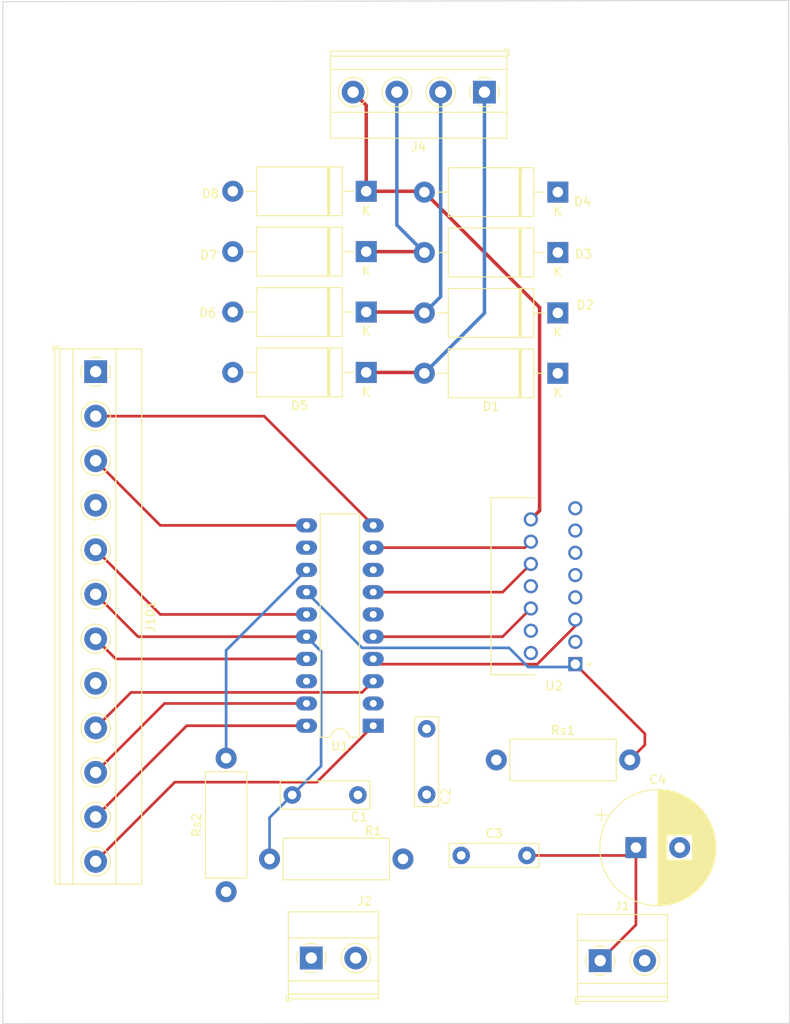
<source format=kicad_pcb>
(kicad_pcb (version 20240108) (generator "pcbnew") (generator_version "8.0")
  (title_block (title "Two Phase Bipolar Stepper Motor Controller") (date "2024-02-09") (rev "01") (company "Prince Lee Muhera"))
  (layers (0 "F.Cu" signal) (1 "In1.Cu" power "GnD1") (2 "In2.Cu" signal "Sig2") (3 "In3.Cu" power "PwR") (4 "In4.Cu" power "GnD2") (5 "In5.Cu" signal "Sig3") (6 "In6.Cu" power "GnD3") (31 "B.Cu" signal "Sig4") (34 "B.Paste" user) (35 "F.Paste" user) (36 "B.SilkS" user "B.Silkscreen") (37 "F.SilkS" user "F.Silkscreen") (38 "B.Mask" user) (39 "F.Mask" user) (44 "Edge.Cuts" user))
  (net 0 "")
  (net 1 "/OSC")
  (net 2 "GND")
  (net 3 "VSS")
  (net 4 "VS")
  (net 5 "Net-(D1-A)")
  (net 6 "Net-(D2-A)")
  (net 7 "Net-(D3-A)")
  (net 8 "Net-(D4-A)")
  (net 9 "/SYNC")
  (net 10 "/HOME")
  (net 11 "/ENA")
  (net 12 "/CLK")
  (net 13 "/RESET")
  (net 14 "/Vref")
  (net 15 "/CW")
  (net 16 "/CTRL")
  (net 17 "/HALF")
  (net 18 "/Rs1")
  (net 19 "/Rs2")
  (net 20 "Net-(U1-A)")
  (net 21 "Net-(U1-INH1)")
  (net 22 "Net-(U1-C)")
  (net 23 "Net-(U1-B)")
  (net 24 "Net-(U1-INH2)")
  (net 25 "Net-(U1-D)")
  (footprint "Diode_THT:D_DO-27_P15.24mm_Horizontal" (layer "F.Cu") (at 174.88 79 180)
    (property "Reference" "D2" (at -3.12 0.9 360) (layer "F.SilkS"))
    (property "Value" "~")
    (fp_text user "K" (at 0 -2.2 360) (layer "F.SilkS"))
    (pad "1" thru_hole rect (at 0 0 180) (size 2.4 2.4) (drill 1.2) (layers "*.Cu" "*.Mask") (net 4 "VS"))
    (pad "2" thru_hole oval (at 15.24 0 180) (size 2.4 2.4) (drill 1.2) (layers "*.Cu" "*.Mask") (net 6 "Net-(D2-A)"))
  )
  (footprint "TerminalBlock_Phoenix:TerminalBlock_Phoenix_MKDS-1,5-12-5.08_1x12_P5.08mm_Horizontal" (layer "F.Cu") (at 122.1 85.7 -90)
    (property "Reference" "J101" (at 27.94 -6.26 90) (layer "F.SilkS"))
    (property "Value" "Screw_Terminal_01x12")
    (pad "1" thru_hole rect (at 0 0 270) (size 2.6 2.6) (drill 1.3) (layers "*.Cu" "*.Mask") (net 2 "GND"))
    (pad "2" thru_hole circle (at 5.08 0 270) (size 2.6 2.6) (drill 1.3) (layers "*.Cu" "*.Mask") (net 11 "/ENA"))
    (pad "3" thru_hole circle (at 10.16 0 270) (size 2.6 2.6) (drill 1.3) (layers "*.Cu" "*.Mask") (net 16 "/CTRL"))
    (pad "4" thru_hole circle (at 15.24 0 270) (size 2.6 2.6) (drill 1.3) (layers "*.Cu" "*.Mask") (net 3 "VSS"))
    (pad "5" thru_hole circle (at 20.32 0 270) (size 2.6 2.6) (drill 1.3) (layers "*.Cu" "*.Mask") (net 14 "/Vref"))
    (pad "6" thru_hole circle (at 25.4 0 270) (size 2.6 2.6) (drill 1.3) (layers "*.Cu" "*.Mask") (net 1 "/OSC"))
    (pad "7" thru_hole circle (at 30.48 0 270) (size 2.6 2.6) (drill 1.3) (layers "*.Cu" "*.Mask") (net 15 "/CW"))
    (pad "8" thru_hole circle (at 35.56 0 270) (size 2.6 2.6) (drill 1.3) (layers "*.Cu" "*.Mask") (net 12 "/CLK"))
    (pad "9" thru_hole circle (at 40.64 0 270) (size 2.6 2.6) (drill 1.3) (layers "*.Cu" "*.Mask") (net 10 "/HOME"))
    (pad "10" thru_hole circle (at 45.72 0 270) (size 2.6 2.6) (drill 1.3) (layers "*.Cu" "*.Mask") (net 17 "/HALF"))
    (pad "11" thru_hole circle (at 50.8 0 270) (size 2.6 2.6) (drill 1.3) (layers "*.Cu" "*.Mask") (net 13 "/RESET"))
    (pad "12" thru_hole circle (at 55.88 0 270) (size 2.6 2.6) (drill 1.3) (layers "*.Cu" "*.Mask") (net 9 "/SYNC"))
  )
  (footprint "Diode_THT:D_DO-27_P15.24mm_Horizontal" (layer "F.Cu") (at 153 78.9 180)
    (property "Reference" "D6" (at 18.1 -0.1 360) (layer "F.SilkS"))
    (property "Value" "~")
    (fp_text user "K" (at 0 -2.2 360) (layer "F.SilkS"))
    (pad "1" thru_hole rect (at 0 0 180) (size 2.4 2.4) (drill 1.2) (layers "*.Cu" "*.Mask") (net 6 "Net-(D2-A)"))
    (pad "2" thru_hole oval (at 15.24 0 180) (size 2.4 2.4) (drill 1.2) (layers "*.Cu" "*.Mask") (net 2 "GND"))
  )
  (footprint "Diode_THT:D_DO-27_P15.24mm_Horizontal" (layer "F.Cu") (at 153 65.12 180)
    (property "Reference" "D8" (at 17.8 -0.28 360) (layer "F.SilkS"))
    (property "Value" "~")
    (fp_text user "K" (at 0 -2.2 360) (layer "F.SilkS"))
    (pad "1" thru_hole rect (at 0 0 180) (size 2.4 2.4) (drill 1.2) (layers "*.Cu" "*.Mask") (net 8 "Net-(D4-A)"))
    (pad "2" thru_hole oval (at 15.24 0 180) (size 2.4 2.4) (drill 1.2) (layers "*.Cu" "*.Mask") (net 2 "GND"))
  )
  (footprint "Diode_THT:D_DO-27_P15.24mm_Horizontal" (layer "F.Cu") (at 153 72.01 180)
    (property "Reference" "D7" (at 18 -0.39 360) (layer "F.SilkS"))
    (property "Value" "~")
    (fp_text user "K" (at 0 -2.2 360) (layer "F.SilkS"))
    (pad "1" thru_hole rect (at 0 0 180) (size 2.4 2.4) (drill 1.2) (layers "*.Cu" "*.Mask") (net 7 "Net-(D3-A)"))
    (pad "2" thru_hole oval (at 15.24 0 180) (size 2.4 2.4) (drill 1.2) (layers "*.Cu" "*.Mask") (net 2 "GND"))
  )
  (footprint "Diode_THT:D_DO-27_P15.24mm_Horizontal" (layer "F.Cu") (at 153 85.79 180)
    (property "Reference" "D5" (at 7.62 -3.785 360) (layer "F.SilkS"))
    (property "Value" "~")
    (fp_text user "K" (at 0 -2.2 360) (layer "F.SilkS"))
    (pad "1" thru_hole rect (at 0 0 180) (size 2.4 2.4) (drill 1.2) (layers "*.Cu" "*.Mask") (net 5 "Net-(D1-A)"))
    (pad "2" thru_hole oval (at 15.24 0 180) (size 2.4 2.4) (drill 1.2) (layers "*.Cu" "*.Mask") (net 2 "GND"))
  )
  (footprint "TerminalBlock_Phoenix:TerminalBlock_Phoenix_MKDS-1,5-4_1x04_P5.00mm_Horizontal" (layer "F.Cu") (at 166.5 53.81 180)
    (property "Reference" "J4" (at 7.5 -6.26 360) (layer "F.SilkS"))
    (property "Value" "Screw_Terminal_01x04")
    (pad "1" thru_hole rect (at 0 0 180) (size 2.6 2.6) (drill 1.3) (layers "*.Cu" "*.Mask") (net 5 "Net-(D1-A)"))
    (pad "2" thru_hole circle (at 5 0 180) (size 2.6 2.6) (drill 1.3) (layers "*.Cu" "*.Mask") (net 6 "Net-(D2-A)"))
    (pad "3" thru_hole circle (at 10 0 180) (size 2.6 2.6) (drill 1.3) (layers "*.Cu" "*.Mask") (net 7 "Net-(D3-A)"))
    (pad "4" thru_hole circle (at 15 0 180) (size 2.6 2.6) (drill 1.3) (layers "*.Cu" "*.Mask") (net 8 "Net-(D4-A)"))
  )
  (footprint "Diode_THT:D_DO-27_P15.24mm_Horizontal" (layer "F.Cu") (at 174.88 65.22 180)
    (property "Reference" "D4" (at -2.82 -1.08 360) (layer "F.SilkS"))
    (property "Value" "~")
    (fp_text user "K" (at 0 -2.2 360) (layer "F.SilkS"))
    (pad "1" thru_hole rect (at 0 0 180) (size 2.4 2.4) (drill 1.2) (layers "*.Cu" "*.Mask") (net 4 "VS"))
    (pad "2" thru_hole oval (at 15.24 0 180) (size 2.4 2.4) (drill 1.2) (layers "*.Cu" "*.Mask") (net 8 "Net-(D4-A)"))
  )
  (footprint "Capacitor_THT:C_Rect_L10.0mm_W3.0mm_P7.50mm_MKS4" (layer "F.Cu") (at 144.55 134)
    (property "Reference" "C1" (at 7.65 2.5 360) (layer "F.SilkS"))
    (property "Value" "3.3nF")
    (pad "1" thru_hole circle (at 0 0) (size 2 2) (drill 1) (layers "*.Cu" "*.Mask") (net 1 "/OSC"))
    (pad "2" thru_hole circle (at 7.5 0) (size 2 2) (drill 1) (layers "*.Cu" "*.Mask") (net 2 "GND"))
  )
  (footprint "Diode_THT:D_DO-27_P15.24mm_Horizontal" (layer "F.Cu") (at 174.88 85.89 180)
    (property "Reference" "D1" (at 7.62 -3.785 360) (layer "F.SilkS"))
    (property "Value" "~")
    (fp_text user "K" (at 0 -2.2 360) (layer "F.SilkS"))
    (pad "1" thru_hole rect (at 0 0 180) (size 2.4 2.4) (drill 1.2) (layers "*.Cu" "*.Mask") (net 4 "VS"))
    (pad "2" thru_hole oval (at 15.24 0 180) (size 2.4 2.4) (drill 1.2) (layers "*.Cu" "*.Mask") (net 5 "Net-(D1-A)"))
  )
  (footprint "Resistor_THT:R_Axial_DIN0414_L11.9mm_D4.5mm_P15.24mm_Horizontal" (layer "F.Cu") (at 137 145.04 90)
    (property "Reference" "Rs2" (at 7.62 -3.37 90) (layer "F.SilkS"))
    (property "Value" "0.5 Ohms")
    (pad "1" thru_hole circle (at 0 0 90) (size 2.4 2.4) (drill 1.2) (layers "*.Cu" "*.Mask") (net 2 "GND"))
    (pad "2" thru_hole oval (at 15.24 0 90) (size 2.4 2.4) (drill 1.2) (layers "*.Cu" "*.Mask") (net 19 "/Rs2"))
  )
  (footprint "Capacitor_THT:CP_Radial_D13.0mm_P5.00mm" (layer "F.Cu") (at 183.8 140)
    (property "Reference" "C4" (at 2.5 -7.75 360) (layer "F.SilkS"))
    (property "Value" "470uF")
    (pad "1" thru_hole rect (at 0 0) (size 2.4 2.4) (drill 1.2) (layers "*.Cu" "*.Mask") (net 4 "VS"))
    (pad "2" thru_hole circle (at 5 0) (size 2.4 2.4) (drill 1.2) (layers "*.Cu" "*.Mask") (net 2 "GND"))
  )
  (footprint "Resistor_THT:R_Axial_DIN0414_L11.9mm_D4.5mm_P15.24mm_Horizontal" (layer "F.Cu") (at 157.2 141.3 180)
    (property "Reference" "R1" (at 3.4 3.2 360) (layer "F.SilkS"))
    (property "Value" "22K")
    (pad "1" thru_hole circle (at 0 0 180) (size 2.4 2.4) (drill 1.2) (layers "*.Cu" "*.Mask") (net 3 "VSS"))
    (pad "2" thru_hole oval (at 15.24 0 180) (size 2.4 2.4) (drill 1.2) (layers "*.Cu" "*.Mask") (net 1 "/OSC"))
  )
  (footprint "Diode_THT:D_DO-27_P15.24mm_Horizontal" (layer "F.Cu") (at 174.88 72.11 180)
    (property "Reference" "D3" (at -2.92 -0.19 360) (layer "F.SilkS"))
    (property "Value" "~")
    (fp_text user "K" (at 0 -2.2 360) (layer "F.SilkS"))
    (pad "1" thru_hole rect (at 0 0 180) (size 2.4 2.4) (drill 1.2) (layers "*.Cu" "*.Mask") (net 4 "VS"))
    (pad "2" thru_hole oval (at 15.24 0 180) (size 2.4 2.4) (drill 1.2) (layers "*.Cu" "*.Mask") (net 7 "Net-(D3-A)"))
  )
  (footprint "Resistor_THT:R_Axial_DIN0414_L11.9mm_D4.5mm_P15.24mm_Horizontal" (layer "F.Cu") (at 167.86 130)
    (property "Reference" "Rs1" (at 7.62 -3.37 360) (layer "F.SilkS"))
    (property "Value" "0.5 Ohms")
    (pad "1" thru_hole circle (at 0 0) (size 2.4 2.4) (drill 1.2) (layers "*.Cu" "*.Mask") (net 2 "GND"))
    (pad "2" thru_hole oval (at 15.24 0) (size 2.4 2.4) (drill 1.2) (layers "*.Cu" "*.Mask") (net 18 "/Rs1"))
  )
  (footprint "L298N:TO127P2020X500X2100-15" (layer "F.Cu") (at 176.88 119.07 180)
    (property "Reference" "U2" (at 2.425 -2.495 360) (layer "F.SilkS"))
    (property "Value" "L298N")
    (pad "1" thru_hole rect (at 0 0 180) (size 1.62 1.62) (drill 1.08) (layers "*.Cu" "*.Mask") (net 18 "/Rs1"))
    (pad "2" thru_hole circle (at 5.08 1.27 180) (size 1.62 1.62) (drill 1.08) (layers "*.Cu" "*.Mask") (net 5 "Net-(D1-A)"))
    (pad "3" thru_hole circle (at 0 2.54 180) (size 1.62 1.62) (drill 1.08) (layers "*.Cu" "*.Mask") (net 6 "Net-(D2-A)"))
    (pad "4" thru_hole circle (at 5.08 3.81 180) (size 1.62 1.62) (drill 1.08) (layers "*.Cu" "*.Mask") (net 4 "VS"))
    (pad "5" thru_hole circle (at 0 5.08 180) (size 1.62 1.62) (drill 1.08) (layers "*.Cu" "*.Mask") (net 20 "Net-(U1-A)"))
    (pad "6" thru_hole circle (at 5.08 6.35 180) (size 1.62 1.62) (drill 1.08) (layers "*.Cu" "*.Mask") (net 21 "Net-(U1-INH1)"))
    (pad "7" thru_hole circle (at 0 7.62 180) (size 1.62 1.62) (drill 1.08) (layers "*.Cu" "*.Mask") (net 23 "Net-(U1-B)"))
    (pad "8" thru_hole circle (at 5.08 8.89 180) (size 1.62 1.62) (drill 1.08) (layers "*.Cu" "*.Mask") (net 2 "GND"))
    (pad "9" thru_hole circle (at 0 10.16 180) (size 1.62 1.62) (drill 1.08) (layers "*.Cu" "*.Mask") (net 3 "VSS"))
    (pad "10" thru_hole circle (at 5.08 11.43 180) (size 1.62 1.62) (drill 1.08) (layers "*.Cu" "*.Mask") (net 22 "Net-(U1-C)"))
    (pad "11" thru_hole circle (at 0 12.7 180) (size 1.62 1.62) (drill 1.08) (layers "*.Cu" "*.Mask") (net 24 "Net-(U1-INH2)"))
    (pad "12" thru_hole circle (at 5.08 13.97 180) (size 1.62 1.62) (drill 1.08) (layers "*.Cu" "*.Mask") (net 25 "Net-(U1-D)"))
    (pad "13" thru_hole circle (at 0 15.24 180) (size 1.62 1.62) (drill 1.08) (layers "*.Cu" "*.Mask") (net 7 "Net-(D3-A)"))
    (pad "14" thru_hole circle (at 5.08 16.51 180) (size 1.62 1.62) (drill 1.08) (layers "*.Cu" "*.Mask") (net 8 "Net-(D4-A)"))
    (pad "15" thru_hole circle (at 0 17.78 180) (size 1.62 1.62) (drill 1.08) (layers "*.Cu" "*.Mask") (net 19 "/Rs2"))
  )
  (footprint "Package_DIP:DIP-20_W7.62mm_LongPads" (layer "F.Cu") (at 153.8 126.1 180)
    (property "Reference" "U1" (at 3.81 -2.33 360) (layer "F.SilkS"))
    (property "Value" "L297")
    (pad "1" thru_hole rect (at 0 0 180) (size 2.4 1.6) (drill 0.8) (layers "*.Cu" "*.Mask") (net 9 "/SYNC"))
    (pad "2" thru_hole oval (at 0 2.54 180) (size 2.4 1.6) (drill 0.8) (layers "*.Cu" "*.Mask") (net 2 "GND"))
    (pad "3" thru_hole oval (at 0 5.079999 180) (size 2.4 1.6) (drill 0.8) (layers "*.Cu" "*.Mask") (net 10 "/HOME"))
    (pad "4" thru_hole oval (at 0 7.62 180) (size 2.4 1.6) (drill 0.8) (layers "*.Cu" "*.Mask") (net 20 "Net-(U1-A)"))
    (pad "5" thru_hole oval (at 0 10.16 180) (size 2.4 1.6) (drill 0.8) (layers "*.Cu" "*.Mask") (net 21 "Net-(U1-INH1)"))
    (pad "6" thru_hole oval (at 0 12.7 180) (size 2.4 1.6) (drill 0.8) (layers "*.Cu" "*.Mask") (net 23 "Net-(U1-B)"))
    (pad "7" thru_hole oval (at 0 15.24 180) (size 2.4 1.6) (drill 0.8) (layers "*.Cu" "*.Mask") (net 22 "Net-(U1-C)"))
    (pad "8" thru_hole oval (at 0 17.780001 180) (size 2.4 1.6) (drill 0.8) (layers "*.Cu" "*.Mask") (net 24 "Net-(U1-INH2)"))
    (pad "9" thru_hole oval (at 0 20.32 180) (size 2.4 1.6) (drill 0.8) (layers "*.Cu" "*.Mask") (net 25 "Net-(U1-D)"))
    (pad "10" thru_hole oval (at 0 22.86 180) (size 2.4 1.6) (drill 0.8) (layers "*.Cu" "*.Mask") (net 11 "/ENA"))
    (pad "11" thru_hole oval (at 7.62 22.86 180) (size 2.4 1.6) (drill 0.8) (layers "*.Cu" "*.Mask") (net 16 "/CTRL"))
    (pad "12" thru_hole oval (at 7.62 20.32 180) (size 2.4 1.6) (drill 0.8) (layers "*.Cu" "*.Mask") (net 3 "VSS"))
    (pad "13" thru_hole oval (at 7.62 17.78 180) (size 2.4 1.6) (drill 0.8) (layers "*.Cu" "*.Mask") (net 19 "/Rs2"))
    (pad "14" thru_hole oval (at 7.62 15.24 180) (size 2.4 1.6) (drill 0.8) (layers "*.Cu" "*.Mask") (net 18 "/Rs1"))
    (pad "15" thru_hole oval (at 7.62 12.7 180) (size 2.4 1.6) (drill 0.8) (layers "*.Cu" "*.Mask") (net 14 "/Vref"))
    (pad "16" thru_hole oval (at 7.62 10.16 180) (size 2.4 1.6) (drill 0.8) (layers "*.Cu" "*.Mask") (net 1 "/OSC"))
    (pad "17" thru_hole oval (at 7.62 7.62 180) (size 2.4 1.6) (drill 0.8) (layers "*.Cu" "*.Mask") (net 15 "/CW"))
    (pad "18" thru_hole oval (at 7.62 5.08 180) (size 2.4 1.6) (drill 0.8) (layers "*.Cu" "*.Mask") (net 12 "/CLK"))
    (pad "19" thru_hole oval (at 7.62 2.54 180) (size 2.4 1.6) (drill 0.8) (layers "*.Cu" "*.Mask") (net 17 "/HALF"))
    (pad "20" thru_hole oval (at 7.62 0 180) (size 2.4 1.6) (drill 0.8) (layers "*.Cu" "*.Mask") (net 13 "/RESET"))
  )
  (footprint "Capacitor_THT:C_Rect_L10.0mm_W2.5mm_P7.50mm_MKS4" (layer "F.Cu") (at 159.9 133.95 90)
    (property "Reference" "C2" (at -0.2 2.2 90) (layer "F.SilkS"))
    (property "Value" "100nF")
    (pad "1" thru_hole circle (at 0 0 90) (size 2 2) (drill 1) (layers "*.Cu" "*.Mask") (net 3 "VSS"))
    (pad "2" thru_hole circle (at 7.5 0 90) (size 2 2) (drill 1) (layers "*.Cu" "*.Mask") (net 2 "GND"))
  )
  (footprint "Capacitor_THT:C_Rect_L10.0mm_W2.5mm_P7.50mm_MKS4" (layer "F.Cu") (at 163.85 140.9)
    (property "Reference" "C3" (at 3.75 -2.5 0) (layer "F.SilkS"))
    (property "Value" "100nF")
    (pad "1" thru_hole circle (at 0 0) (size 2 2) (drill 1) (layers "*.Cu" "*.Mask") (net 2 "GND"))
    (pad "2" thru_hole circle (at 7.5 0) (size 2 2) (drill 1) (layers "*.Cu" "*.Mask") (net 4 "VS"))
  )
  (footprint "TerminalBlock_Phoenix:TerminalBlock_Phoenix_MKDS-1,5-2-5.08_1x02_P5.08mm_Horizontal" (layer "F.Cu") (at 146.72 152.6)
    (property "Reference" "J2" (at 6.1 -6.5 0) (layer "F.SilkS"))
    (property "Value" "Screw_Terminal_01x02")
    (pad "1" thru_hole rect (at 0 0) (size 2.6 2.6) (drill 1.3) (layers "*.Cu" "*.Mask") (net 3 "VSS"))
    (pad "2" thru_hole circle (at 5.08 0) (size 2.6 2.6) (drill 1.3) (layers "*.Cu" "*.Mask") (net 2 "GND"))
  )
  (footprint "TerminalBlock_Phoenix:TerminalBlock_Phoenix_MKDS-1,5-2-5.08_1x02_P5.08mm_Horizontal" (layer "F.Cu") (at 179.72 152.9)
    (property "Reference" "J1" (at 2.54 -6.26 0) (layer "F.SilkS"))
    (property "Value" "Screw_Terminal_01x02")
    (pad "1" thru_hole rect (at 0 0) (size 2.6 2.6) (drill 1.3) (layers "*.Cu" "*.Mask") (net 4 "VS"))
    (pad "2" thru_hole circle (at 5.08 0) (size 2.6 2.6) (drill 1.3) (layers "*.Cu" "*.Mask") (net 2 "GND"))
  )
  (gr_line (start 201.25 43.35) (end 201.35 160.05) (stroke (width 0.1)) (layer "Edge.Cuts"))
  (gr_line (start 201.35 160.05) (end 111.5 160.1) (stroke (width 0.1)) (layer "Edge.Cuts"))
  (gr_line (start 111.5 160.1) (end 111.5 157) (stroke (width 0.1)) (layer "Edge.Cuts"))
  (gr_line (start 111.5 43.5) (end 201.25 43.35) (stroke (width 0.1)) (layer "Edge.Cuts"))
  (gr_line (start 111.5 157) (end 111.5 43.5) (stroke (width 0.1)) (layer "Edge.Cuts"))
  (segment (start 126.94 115.94) (end 146.18 115.94) (width 0.31) (layer "F.Cu") (net 1))
  (segment (start 122.1 111.1) (end 126.94 115.94) (width 0.31) (layer "F.Cu") (net 1))
  (segment (start 141.96 136.59) (end 144.55 134) (width 0.31) (layer "B.Cu") (net 1))
  (segment (start 147.845 130.705) (end 147.845 117.605) (width 0.31) (layer "B.Cu") (net 1))
  (segment (start 144.55 134) (end 147.845 130.705) (width 0.31) (layer "B.Cu") (net 1))
  (segment (start 147.845 117.605) (end 146.18 115.94) (width 0.31) (layer "B.Cu") (net 1))
  (segment (start 141.96 141.3) (end 141.96 136.59) (width 0.31) (layer "B.Cu") (net 1))
  (segment (start 182.9 140.9) (end 183.8 140) (width 0.31) (layer "F.Cu") (net 4))
  (segment (start 183.8 140) (end 183.8 148.82) (width 0.31) (layer "F.Cu") (net 4))
  (segment (start 171.35 140.9) (end 182.9 140.9) (width 0.31) (layer "F.Cu") (net 4))
  (segment (start 183.8 148.82) (end 179.72 152.9) (width 0.31) (layer "F.Cu") (net 4))
  (segment (start 153 85.79) (end 159.54 85.79) (width 0.4) (layer "F.Cu") (net 5))
  (segment (start 159.54 85.79) (end 159.64 85.89) (width 0.4) (layer "F.Cu") (net 5))
  (segment (start 159.64 85.89) (end 166.5 79.03) (width 0.4) (layer "B.Cu") (net 5))
  (segment (start 166.5 79.03) (end 166.5 53.81) (width 0.4) (layer "B.Cu") (net 5))
  (segment (start 159.54 78.9) (end 159.64 79) (width 0.4) (layer "F.Cu") (net 6))
  (segment (start 153 78.9) (end 159.54 78.9) (width 0.4) (layer "F.Cu") (net 6))
  (segment (start 159.64 79) (end 161.5 77.14) (width 0.4) (layer "B.Cu") (net 6))
  (segment (start 161.5 77.14) (end 161.5 53.81) (width 0.4) (layer "B.Cu") (net 6))
  (segment (start 159.54 72.01) (end 159.64 72.11) (width 0.4) (layer "F.Cu") (net 7))
  (segment (start 153 72.01) (end 159.54 72.01) (width 0.4) (layer "F.Cu") (net 7))
  (segment (start 159.64 72.11) (end 156.5 68.97) (width 0.4) (layer "B.Cu") (net 7))
  (segment (start 156.5 68.97) (end 156.5 53.81) (width 0.4) (layer "B.Cu") (net 7))
  (segment (start 159.54 65.12) (end 159.64 65.22) (width 0.4) (layer "F.Cu") (net 8))
  (segment (start 153 65.12) (end 153 55.31) (width 0.4) (layer "F.Cu") (net 8))
  (segment (start 172.8 78.38) (end 172.8 101.56) (width 0.4) (layer "F.Cu") (net 8))
  (segment (start 159.64 65.22) (end 172.8 78.38) (width 0.4) (layer "F.Cu") (net 8))
  (segment (start 172.8 101.56) (end 171.8 102.56) (width 0.4) (layer "F.Cu") (net 8))
  (segment (start 153 55.31) (end 151.5 53.81) (width 0.4) (layer "F.Cu") (net 8))
  (segment (start 153 65.12) (end 159.54 65.12) (width 0.4) (layer "F.Cu") (net 8))
  (segment (start 131.145 132.535) (end 147.365 132.535) (width 0.31) (layer "F.Cu") (net 9))
  (segment (start 122.1 141.58) (end 131.145 132.535) (width 0.31) (layer "F.Cu") (net 9))
  (segment (start 147.365 132.535) (end 153.8 126.1) (width 0.31) (layer "F.Cu") (net 9))
  (segment (start 122.1 126.34) (end 126.145 122.295) (width 0.31) (layer "F.Cu") (net 10))
  (segment (start 126.145 122.295) (end 152.525001 122.295) (width 0.31) (layer "F.Cu") (net 10))
  (segment (start 152.525001 122.295) (end 153.8 121.020001) (width 0.31) (layer "F.Cu") (net 10))
  (segment (start 122.1 90.78) (end 141.34 90.78) (width 0.31) (layer "F.Cu") (net 11))
  (segment (start 141.34 90.78) (end 153.8 103.24) (width 0.31) (layer "F.Cu") (net 11))
  (segment (start 145.94 121.26) (end 146.18 121.02) (width 0.31) (layer "F.Cu") (net 12))
  (segment (start 132.5 126.1) (end 146.18 126.1) (width 0.31) (layer "F.Cu") (net 13))
  (segment (start 122.1 136.5) (end 132.5 126.1) (width 0.31) (layer "F.Cu") (net 13))
  (segment (start 122.1 106.02) (end 129.48 113.4) (width 0.31) (layer "F.Cu") (net 14))
  (segment (start 129.48 113.4) (end 146.18 113.4) (width 0.31) (layer "F.Cu") (net 14))
  (segment (start 124.4 118.48) (end 146.18 118.48) (width 0.31) (layer "F.Cu") (net 15))
  (segment (start 122.1 116.18) (end 124.4 118.48) (width 0.31) (layer "F.Cu") (net 15))
  (segment (start 129.48 103.24) (end 146.18 103.24) (width 0.31) (layer "F.Cu") (net 16))
  (segment (start 122.1 95.86) (end 129.48 103.24) (width 0.31) (layer "F.Cu") (net 16))
  (segment (start 129.96 123.56) (end 146.18 123.56) (width 0.31) (layer "F.Cu") (net 17))
  (segment (start 122.1 131.42) (end 129.96 123.56) (width 0.31) (layer "F.Cu") (net 17))
  (segment (start 184.82 128.28) (end 184.82 127.01) (width 0.31) (layer "F.Cu") (net 18))
  (segment (start 184.82 127.01) (end 176.88 119.07) (width 0.31) (layer "F.Cu") (net 18))
  (segment (start 183.1 130) (end 184.82 128.28) (width 0.31) (layer "F.Cu") (net 18))
  (segment (start 146.18 110.86) (end 152.535 117.215) (width 0.31) (layer "B.Cu") (net 18))
  (segment (start 152.535 117.215) (end 169.315 117.215) (width 0.31) (layer "B.Cu") (net 18))
  (segment (start 171.5 119.4) (end 176.55 119.4) (width 0.31) (layer "B.Cu") (net 18))
  (segment (start 176.55 119.4) (end 176.88 119.07) (width 0.31) (layer "B.Cu") (net 18))
  (segment (start 169.315 117.215) (end 171.5 119.4) (width 0.31) (layer "B.Cu") (net 18))
  (segment (start 137 129.8) (end 137 117.5) (width 0.31) (layer "B.Cu") (net 19))
  (segment (start 137 117.5) (end 146.18 108.32) (width 0.31) (layer "B.Cu") (net 19))
  (segment (start 153.8 118.48) (end 154.395 119.075) (width 0.31) (layer "F.Cu") (net 20))
  (segment (start 176.88 114.726877) (end 176.88 113.99) (width 0.31) (layer "F.Cu") (net 20))
  (segment (start 172.531877 119.075) (end 176.88 114.726877) (width 0.31) (layer "F.Cu") (net 20))
  (segment (start 154.395 119.075) (end 172.531877 119.075) (width 0.31) (layer "F.Cu") (net 20))
  (segment (start 168.58 115.94) (end 171.8 112.72) (width 0.31) (layer "F.Cu") (net 21))
  (segment (start 153.8 115.94) (end 168.58 115.94) (width 0.31) (layer "F.Cu") (net 21))
  (segment (start 168.58 110.86) (end 171.8 107.64) (width 0.31) (layer "F.Cu") (net 22))
  (segment (start 153.8 110.86) (end 168.58 110.86) (width 0.31) (layer "F.Cu") (net 22))
  (segment (start 153.8 105.78) (end 171.12 105.78) (width 0.31) (layer "F.Cu") (net 25))
  (segment (start 171.12 105.78) (end 171.8 105.1) (width 0.31) (layer "F.Cu") (net 25))
)
</source>
